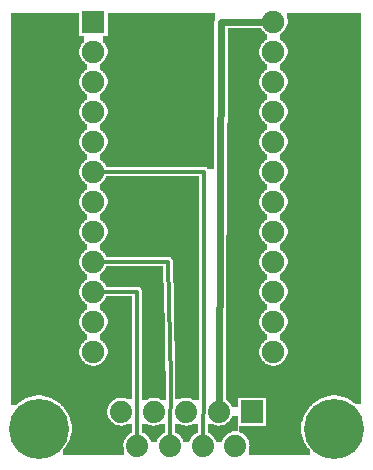
<source format=gtl>
G04 MADE WITH FRITZING*
G04 WWW.FRITZING.ORG*
G04 DOUBLE SIDED*
G04 HOLES PLATED*
G04 CONTOUR ON CENTER OF CONTOUR VECTOR*
%ASAXBY*%
%FSLAX23Y23*%
%MOIN*%
%OFA0B0*%
%SFA1.0B1.0*%
%ADD10C,0.075000*%
%ADD11C,0.074000*%
%ADD12C,0.200000*%
%ADD13R,0.075000X0.075000*%
%ADD14C,0.024000*%
%ADD15C,0.012000*%
%ADD16R,0.001000X0.001000*%
%LNCOPPER1*%
G90*
G70*
G54D10*
X112Y1433D03*
X414Y1437D03*
X1019Y1433D03*
X411Y891D03*
G54D11*
X843Y186D03*
X734Y186D03*
X625Y186D03*
X516Y186D03*
X407Y186D03*
X788Y74D03*
X679Y74D03*
X570Y74D03*
X461Y74D03*
G54D12*
X1117Y130D03*
X133Y130D03*
G54D11*
X843Y186D03*
X734Y186D03*
X625Y186D03*
X516Y186D03*
X407Y186D03*
X788Y74D03*
X679Y74D03*
X570Y74D03*
X461Y74D03*
G54D12*
X1117Y130D03*
X133Y130D03*
G54D10*
X314Y1486D03*
X914Y1486D03*
X314Y1386D03*
X914Y1386D03*
X314Y1286D03*
X914Y1286D03*
X314Y1186D03*
X914Y1186D03*
X314Y1086D03*
X914Y1086D03*
X314Y986D03*
X914Y986D03*
X314Y886D03*
X914Y886D03*
X314Y786D03*
X914Y786D03*
X314Y686D03*
X914Y686D03*
X314Y586D03*
X914Y586D03*
X314Y486D03*
X914Y486D03*
X314Y386D03*
X914Y386D03*
G54D13*
X314Y1486D03*
G54D14*
X886Y1486D02*
X741Y1487D01*
D02*
X741Y1487D02*
X734Y217D01*
G54D15*
D02*
X459Y290D02*
X461Y100D01*
D02*
X459Y587D02*
X459Y290D01*
D02*
X337Y586D02*
X459Y587D01*
D02*
X572Y288D02*
X571Y100D01*
D02*
X564Y686D02*
X572Y288D01*
D02*
X337Y686D02*
X564Y686D01*
D02*
X682Y258D02*
X680Y100D01*
D02*
X684Y986D02*
X682Y258D01*
D02*
X337Y986D02*
X684Y986D01*
G36*
X40Y1515D02*
X40Y339D01*
X306Y339D01*
X306Y341D01*
X300Y341D01*
X300Y343D01*
X296Y343D01*
X296Y345D01*
X292Y345D01*
X292Y347D01*
X288Y347D01*
X288Y349D01*
X286Y349D01*
X286Y351D01*
X284Y351D01*
X284Y353D01*
X282Y353D01*
X282Y355D01*
X280Y355D01*
X280Y357D01*
X278Y357D01*
X278Y359D01*
X276Y359D01*
X276Y363D01*
X274Y363D01*
X274Y365D01*
X272Y365D01*
X272Y369D01*
X270Y369D01*
X270Y375D01*
X268Y375D01*
X268Y385D01*
X266Y385D01*
X266Y389D01*
X268Y389D01*
X268Y397D01*
X270Y397D01*
X270Y403D01*
X272Y403D01*
X272Y407D01*
X274Y407D01*
X274Y411D01*
X276Y411D01*
X276Y413D01*
X278Y413D01*
X278Y415D01*
X280Y415D01*
X280Y417D01*
X282Y417D01*
X282Y419D01*
X284Y419D01*
X284Y421D01*
X286Y421D01*
X286Y423D01*
X288Y423D01*
X288Y425D01*
X290Y425D01*
X290Y427D01*
X292Y427D01*
X292Y447D01*
X288Y447D01*
X288Y449D01*
X286Y449D01*
X286Y451D01*
X284Y451D01*
X284Y453D01*
X282Y453D01*
X282Y455D01*
X280Y455D01*
X280Y457D01*
X278Y457D01*
X278Y459D01*
X276Y459D01*
X276Y463D01*
X274Y463D01*
X274Y465D01*
X272Y465D01*
X272Y469D01*
X270Y469D01*
X270Y475D01*
X268Y475D01*
X268Y485D01*
X266Y485D01*
X266Y489D01*
X268Y489D01*
X268Y497D01*
X270Y497D01*
X270Y503D01*
X272Y503D01*
X272Y507D01*
X274Y507D01*
X274Y511D01*
X276Y511D01*
X276Y513D01*
X278Y513D01*
X278Y515D01*
X280Y515D01*
X280Y517D01*
X282Y517D01*
X282Y519D01*
X284Y519D01*
X284Y521D01*
X286Y521D01*
X286Y523D01*
X288Y523D01*
X288Y525D01*
X290Y525D01*
X290Y527D01*
X292Y527D01*
X292Y547D01*
X288Y547D01*
X288Y549D01*
X286Y549D01*
X286Y551D01*
X284Y551D01*
X284Y553D01*
X282Y553D01*
X282Y555D01*
X280Y555D01*
X280Y557D01*
X278Y557D01*
X278Y559D01*
X276Y559D01*
X276Y563D01*
X274Y563D01*
X274Y565D01*
X272Y565D01*
X272Y569D01*
X270Y569D01*
X270Y575D01*
X268Y575D01*
X268Y585D01*
X266Y585D01*
X266Y589D01*
X268Y589D01*
X268Y597D01*
X270Y597D01*
X270Y603D01*
X272Y603D01*
X272Y607D01*
X274Y607D01*
X274Y611D01*
X276Y611D01*
X276Y613D01*
X278Y613D01*
X278Y615D01*
X280Y615D01*
X280Y617D01*
X282Y617D01*
X282Y619D01*
X284Y619D01*
X284Y621D01*
X286Y621D01*
X286Y623D01*
X288Y623D01*
X288Y625D01*
X290Y625D01*
X290Y627D01*
X292Y627D01*
X292Y647D01*
X288Y647D01*
X288Y649D01*
X286Y649D01*
X286Y651D01*
X284Y651D01*
X284Y653D01*
X282Y653D01*
X282Y655D01*
X280Y655D01*
X280Y657D01*
X278Y657D01*
X278Y659D01*
X276Y659D01*
X276Y663D01*
X274Y663D01*
X274Y665D01*
X272Y665D01*
X272Y669D01*
X270Y669D01*
X270Y675D01*
X268Y675D01*
X268Y685D01*
X266Y685D01*
X266Y689D01*
X268Y689D01*
X268Y697D01*
X270Y697D01*
X270Y703D01*
X272Y703D01*
X272Y707D01*
X274Y707D01*
X274Y711D01*
X276Y711D01*
X276Y713D01*
X278Y713D01*
X278Y715D01*
X280Y715D01*
X280Y717D01*
X282Y717D01*
X282Y719D01*
X284Y719D01*
X284Y721D01*
X286Y721D01*
X286Y723D01*
X288Y723D01*
X288Y725D01*
X290Y725D01*
X290Y727D01*
X292Y727D01*
X292Y747D01*
X288Y747D01*
X288Y749D01*
X286Y749D01*
X286Y751D01*
X284Y751D01*
X284Y753D01*
X282Y753D01*
X282Y755D01*
X280Y755D01*
X280Y757D01*
X278Y757D01*
X278Y759D01*
X276Y759D01*
X276Y763D01*
X274Y763D01*
X274Y765D01*
X272Y765D01*
X272Y769D01*
X270Y769D01*
X270Y775D01*
X268Y775D01*
X268Y785D01*
X266Y785D01*
X266Y789D01*
X268Y789D01*
X268Y797D01*
X270Y797D01*
X270Y803D01*
X272Y803D01*
X272Y807D01*
X274Y807D01*
X274Y811D01*
X276Y811D01*
X276Y813D01*
X278Y813D01*
X278Y815D01*
X280Y815D01*
X280Y817D01*
X282Y817D01*
X282Y819D01*
X284Y819D01*
X284Y821D01*
X286Y821D01*
X286Y823D01*
X288Y823D01*
X288Y825D01*
X290Y825D01*
X290Y827D01*
X292Y827D01*
X292Y847D01*
X288Y847D01*
X288Y849D01*
X286Y849D01*
X286Y851D01*
X284Y851D01*
X284Y853D01*
X282Y853D01*
X282Y855D01*
X280Y855D01*
X280Y857D01*
X278Y857D01*
X278Y859D01*
X276Y859D01*
X276Y863D01*
X274Y863D01*
X274Y865D01*
X272Y865D01*
X272Y869D01*
X270Y869D01*
X270Y875D01*
X268Y875D01*
X268Y885D01*
X266Y885D01*
X266Y889D01*
X268Y889D01*
X268Y897D01*
X270Y897D01*
X270Y903D01*
X272Y903D01*
X272Y907D01*
X274Y907D01*
X274Y911D01*
X276Y911D01*
X276Y913D01*
X278Y913D01*
X278Y915D01*
X280Y915D01*
X280Y917D01*
X282Y917D01*
X282Y919D01*
X284Y919D01*
X284Y921D01*
X286Y921D01*
X286Y923D01*
X288Y923D01*
X288Y925D01*
X290Y925D01*
X290Y927D01*
X292Y927D01*
X292Y947D01*
X288Y947D01*
X288Y949D01*
X286Y949D01*
X286Y951D01*
X284Y951D01*
X284Y953D01*
X282Y953D01*
X282Y955D01*
X280Y955D01*
X280Y957D01*
X278Y957D01*
X278Y959D01*
X276Y959D01*
X276Y963D01*
X274Y963D01*
X274Y965D01*
X272Y965D01*
X272Y969D01*
X270Y969D01*
X270Y975D01*
X268Y975D01*
X268Y985D01*
X266Y985D01*
X266Y989D01*
X268Y989D01*
X268Y997D01*
X270Y997D01*
X270Y1003D01*
X272Y1003D01*
X272Y1007D01*
X274Y1007D01*
X274Y1011D01*
X276Y1011D01*
X276Y1013D01*
X278Y1013D01*
X278Y1015D01*
X280Y1015D01*
X280Y1017D01*
X282Y1017D01*
X282Y1019D01*
X284Y1019D01*
X284Y1021D01*
X286Y1021D01*
X286Y1023D01*
X288Y1023D01*
X288Y1025D01*
X290Y1025D01*
X290Y1027D01*
X292Y1027D01*
X292Y1047D01*
X288Y1047D01*
X288Y1049D01*
X286Y1049D01*
X286Y1051D01*
X284Y1051D01*
X284Y1053D01*
X282Y1053D01*
X282Y1055D01*
X280Y1055D01*
X280Y1057D01*
X278Y1057D01*
X278Y1059D01*
X276Y1059D01*
X276Y1063D01*
X274Y1063D01*
X274Y1065D01*
X272Y1065D01*
X272Y1069D01*
X270Y1069D01*
X270Y1075D01*
X268Y1075D01*
X268Y1085D01*
X266Y1085D01*
X266Y1089D01*
X268Y1089D01*
X268Y1097D01*
X270Y1097D01*
X270Y1103D01*
X272Y1103D01*
X272Y1107D01*
X274Y1107D01*
X274Y1111D01*
X276Y1111D01*
X276Y1113D01*
X278Y1113D01*
X278Y1115D01*
X280Y1115D01*
X280Y1117D01*
X282Y1117D01*
X282Y1119D01*
X284Y1119D01*
X284Y1121D01*
X286Y1121D01*
X286Y1123D01*
X288Y1123D01*
X288Y1125D01*
X290Y1125D01*
X290Y1127D01*
X292Y1127D01*
X292Y1147D01*
X288Y1147D01*
X288Y1149D01*
X286Y1149D01*
X286Y1151D01*
X284Y1151D01*
X284Y1153D01*
X282Y1153D01*
X282Y1155D01*
X280Y1155D01*
X280Y1157D01*
X278Y1157D01*
X278Y1159D01*
X276Y1159D01*
X276Y1163D01*
X274Y1163D01*
X274Y1165D01*
X272Y1165D01*
X272Y1169D01*
X270Y1169D01*
X270Y1175D01*
X268Y1175D01*
X268Y1185D01*
X266Y1185D01*
X266Y1189D01*
X268Y1189D01*
X268Y1197D01*
X270Y1197D01*
X270Y1203D01*
X272Y1203D01*
X272Y1207D01*
X274Y1207D01*
X274Y1211D01*
X276Y1211D01*
X276Y1213D01*
X278Y1213D01*
X278Y1215D01*
X280Y1215D01*
X280Y1217D01*
X282Y1217D01*
X282Y1219D01*
X284Y1219D01*
X284Y1221D01*
X286Y1221D01*
X286Y1223D01*
X288Y1223D01*
X288Y1225D01*
X290Y1225D01*
X290Y1227D01*
X292Y1227D01*
X292Y1247D01*
X288Y1247D01*
X288Y1249D01*
X286Y1249D01*
X286Y1251D01*
X284Y1251D01*
X284Y1253D01*
X282Y1253D01*
X282Y1255D01*
X280Y1255D01*
X280Y1257D01*
X278Y1257D01*
X278Y1259D01*
X276Y1259D01*
X276Y1263D01*
X274Y1263D01*
X274Y1265D01*
X272Y1265D01*
X272Y1269D01*
X270Y1269D01*
X270Y1275D01*
X268Y1275D01*
X268Y1285D01*
X266Y1285D01*
X266Y1289D01*
X268Y1289D01*
X268Y1297D01*
X270Y1297D01*
X270Y1303D01*
X272Y1303D01*
X272Y1307D01*
X274Y1307D01*
X274Y1311D01*
X276Y1311D01*
X276Y1313D01*
X278Y1313D01*
X278Y1315D01*
X280Y1315D01*
X280Y1317D01*
X282Y1317D01*
X282Y1319D01*
X284Y1319D01*
X284Y1321D01*
X286Y1321D01*
X286Y1323D01*
X288Y1323D01*
X288Y1325D01*
X290Y1325D01*
X290Y1327D01*
X292Y1327D01*
X292Y1347D01*
X288Y1347D01*
X288Y1349D01*
X286Y1349D01*
X286Y1351D01*
X284Y1351D01*
X284Y1353D01*
X282Y1353D01*
X282Y1355D01*
X280Y1355D01*
X280Y1357D01*
X278Y1357D01*
X278Y1359D01*
X276Y1359D01*
X276Y1363D01*
X274Y1363D01*
X274Y1365D01*
X272Y1365D01*
X272Y1369D01*
X270Y1369D01*
X270Y1375D01*
X268Y1375D01*
X268Y1385D01*
X266Y1385D01*
X266Y1389D01*
X268Y1389D01*
X268Y1397D01*
X270Y1397D01*
X270Y1403D01*
X272Y1403D01*
X272Y1407D01*
X274Y1407D01*
X274Y1411D01*
X276Y1411D01*
X276Y1413D01*
X278Y1413D01*
X278Y1415D01*
X280Y1415D01*
X280Y1417D01*
X282Y1417D01*
X282Y1419D01*
X284Y1419D01*
X284Y1439D01*
X266Y1439D01*
X266Y1515D01*
X40Y1515D01*
G37*
D02*
G36*
X358Y571D02*
X358Y567D01*
X356Y567D01*
X356Y565D01*
X354Y565D01*
X354Y561D01*
X352Y561D01*
X352Y559D01*
X350Y559D01*
X350Y557D01*
X348Y557D01*
X348Y553D01*
X344Y553D01*
X344Y551D01*
X342Y551D01*
X342Y549D01*
X340Y549D01*
X340Y547D01*
X336Y547D01*
X336Y527D01*
X338Y527D01*
X338Y525D01*
X340Y525D01*
X340Y523D01*
X344Y523D01*
X344Y521D01*
X346Y521D01*
X346Y519D01*
X348Y519D01*
X348Y517D01*
X350Y517D01*
X350Y515D01*
X352Y515D01*
X352Y511D01*
X354Y511D01*
X354Y509D01*
X356Y509D01*
X356Y505D01*
X358Y505D01*
X358Y501D01*
X360Y501D01*
X360Y495D01*
X362Y495D01*
X362Y479D01*
X360Y479D01*
X360Y473D01*
X358Y473D01*
X358Y467D01*
X356Y467D01*
X356Y465D01*
X354Y465D01*
X354Y461D01*
X352Y461D01*
X352Y459D01*
X350Y459D01*
X350Y457D01*
X348Y457D01*
X348Y453D01*
X344Y453D01*
X344Y451D01*
X342Y451D01*
X342Y449D01*
X340Y449D01*
X340Y447D01*
X336Y447D01*
X336Y427D01*
X338Y427D01*
X338Y425D01*
X340Y425D01*
X340Y423D01*
X344Y423D01*
X344Y421D01*
X346Y421D01*
X346Y419D01*
X348Y419D01*
X348Y417D01*
X350Y417D01*
X350Y415D01*
X352Y415D01*
X352Y411D01*
X354Y411D01*
X354Y409D01*
X356Y409D01*
X356Y405D01*
X358Y405D01*
X358Y401D01*
X360Y401D01*
X360Y395D01*
X362Y395D01*
X362Y379D01*
X360Y379D01*
X360Y373D01*
X358Y373D01*
X358Y367D01*
X356Y367D01*
X356Y365D01*
X354Y365D01*
X354Y361D01*
X352Y361D01*
X352Y359D01*
X350Y359D01*
X350Y357D01*
X348Y357D01*
X348Y353D01*
X344Y353D01*
X344Y351D01*
X342Y351D01*
X342Y349D01*
X340Y349D01*
X340Y347D01*
X336Y347D01*
X336Y345D01*
X334Y345D01*
X334Y343D01*
X330Y343D01*
X330Y341D01*
X324Y341D01*
X324Y339D01*
X444Y339D01*
X444Y571D01*
X358Y571D01*
G37*
D02*
G36*
X40Y339D02*
X40Y337D01*
X444Y337D01*
X444Y339D01*
X40Y339D01*
G37*
D02*
G36*
X40Y339D02*
X40Y337D01*
X444Y337D01*
X444Y339D01*
X40Y339D01*
G37*
D02*
G36*
X40Y337D02*
X40Y241D01*
X144Y241D01*
X144Y239D01*
X154Y239D01*
X154Y237D01*
X162Y237D01*
X162Y235D01*
X168Y235D01*
X168Y233D01*
X418Y233D01*
X418Y231D01*
X422Y231D01*
X422Y229D01*
X444Y229D01*
X444Y337D01*
X40Y337D01*
G37*
D02*
G36*
X40Y241D02*
X40Y209D01*
X60Y209D01*
X60Y211D01*
X62Y211D01*
X62Y213D01*
X64Y213D01*
X64Y215D01*
X66Y215D01*
X66Y217D01*
X68Y217D01*
X68Y219D01*
X72Y219D01*
X72Y221D01*
X74Y221D01*
X74Y223D01*
X78Y223D01*
X78Y225D01*
X80Y225D01*
X80Y227D01*
X84Y227D01*
X84Y229D01*
X88Y229D01*
X88Y231D01*
X92Y231D01*
X92Y233D01*
X98Y233D01*
X98Y235D01*
X104Y235D01*
X104Y237D01*
X110Y237D01*
X110Y239D01*
X122Y239D01*
X122Y241D01*
X40Y241D01*
G37*
D02*
G36*
X172Y233D02*
X172Y231D01*
X176Y231D01*
X176Y229D01*
X180Y229D01*
X180Y227D01*
X184Y227D01*
X184Y225D01*
X188Y225D01*
X188Y223D01*
X190Y223D01*
X190Y221D01*
X194Y221D01*
X194Y219D01*
X196Y219D01*
X196Y217D01*
X198Y217D01*
X198Y215D01*
X202Y215D01*
X202Y213D01*
X204Y213D01*
X204Y211D01*
X206Y211D01*
X206Y209D01*
X208Y209D01*
X208Y207D01*
X210Y207D01*
X210Y205D01*
X212Y205D01*
X212Y203D01*
X214Y203D01*
X214Y201D01*
X216Y201D01*
X216Y199D01*
X218Y199D01*
X218Y195D01*
X220Y195D01*
X220Y193D01*
X222Y193D01*
X222Y191D01*
X224Y191D01*
X224Y187D01*
X226Y187D01*
X226Y183D01*
X228Y183D01*
X228Y181D01*
X230Y181D01*
X230Y177D01*
X232Y177D01*
X232Y173D01*
X234Y173D01*
X234Y169D01*
X236Y169D01*
X236Y163D01*
X238Y163D01*
X238Y157D01*
X240Y157D01*
X240Y147D01*
X242Y147D01*
X242Y139D01*
X402Y139D01*
X402Y141D01*
X394Y141D01*
X394Y143D01*
X388Y143D01*
X388Y145D01*
X386Y145D01*
X386Y147D01*
X382Y147D01*
X382Y149D01*
X380Y149D01*
X380Y151D01*
X378Y151D01*
X378Y153D01*
X374Y153D01*
X374Y155D01*
X372Y155D01*
X372Y159D01*
X370Y159D01*
X370Y161D01*
X368Y161D01*
X368Y163D01*
X366Y163D01*
X366Y167D01*
X364Y167D01*
X364Y171D01*
X362Y171D01*
X362Y177D01*
X360Y177D01*
X360Y197D01*
X362Y197D01*
X362Y201D01*
X364Y201D01*
X364Y207D01*
X366Y207D01*
X366Y209D01*
X368Y209D01*
X368Y213D01*
X370Y213D01*
X370Y215D01*
X372Y215D01*
X372Y217D01*
X374Y217D01*
X374Y219D01*
X376Y219D01*
X376Y221D01*
X378Y221D01*
X378Y223D01*
X380Y223D01*
X380Y225D01*
X384Y225D01*
X384Y227D01*
X386Y227D01*
X386Y229D01*
X390Y229D01*
X390Y231D01*
X396Y231D01*
X396Y233D01*
X172Y233D01*
G37*
D02*
G36*
X424Y145D02*
X424Y143D01*
X420Y143D01*
X420Y141D01*
X412Y141D01*
X412Y139D01*
X444Y139D01*
X444Y145D01*
X424Y145D01*
G37*
D02*
G36*
X242Y139D02*
X242Y137D01*
X444Y137D01*
X444Y139D01*
X242Y139D01*
G37*
D02*
G36*
X242Y139D02*
X242Y137D01*
X444Y137D01*
X444Y139D01*
X242Y139D01*
G37*
D02*
G36*
X242Y137D02*
X242Y115D01*
X240Y115D01*
X240Y105D01*
X238Y105D01*
X238Y99D01*
X236Y99D01*
X236Y93D01*
X234Y93D01*
X234Y89D01*
X232Y89D01*
X232Y85D01*
X230Y85D01*
X230Y81D01*
X228Y81D01*
X228Y77D01*
X226Y77D01*
X226Y75D01*
X224Y75D01*
X224Y71D01*
X222Y71D01*
X222Y69D01*
X220Y69D01*
X220Y65D01*
X218Y65D01*
X218Y63D01*
X216Y63D01*
X216Y61D01*
X214Y61D01*
X214Y41D01*
X418Y41D01*
X418Y61D01*
X416Y61D01*
X416Y69D01*
X414Y69D01*
X414Y81D01*
X416Y81D01*
X416Y89D01*
X418Y89D01*
X418Y93D01*
X420Y93D01*
X420Y97D01*
X422Y97D01*
X422Y99D01*
X424Y99D01*
X424Y103D01*
X426Y103D01*
X426Y105D01*
X428Y105D01*
X428Y107D01*
X430Y107D01*
X430Y109D01*
X432Y109D01*
X432Y111D01*
X434Y111D01*
X434Y113D01*
X438Y113D01*
X438Y115D01*
X442Y115D01*
X442Y117D01*
X444Y117D01*
X444Y137D01*
X242Y137D01*
G37*
D02*
G36*
X362Y1515D02*
X362Y1439D01*
X346Y1439D01*
X346Y1419D01*
X348Y1419D01*
X348Y1417D01*
X350Y1417D01*
X350Y1415D01*
X352Y1415D01*
X352Y1411D01*
X354Y1411D01*
X354Y1409D01*
X356Y1409D01*
X356Y1405D01*
X358Y1405D01*
X358Y1401D01*
X360Y1401D01*
X360Y1395D01*
X362Y1395D01*
X362Y1379D01*
X360Y1379D01*
X360Y1373D01*
X358Y1373D01*
X358Y1367D01*
X356Y1367D01*
X356Y1365D01*
X354Y1365D01*
X354Y1361D01*
X352Y1361D01*
X352Y1359D01*
X350Y1359D01*
X350Y1357D01*
X348Y1357D01*
X348Y1353D01*
X344Y1353D01*
X344Y1351D01*
X342Y1351D01*
X342Y1349D01*
X340Y1349D01*
X340Y1347D01*
X338Y1347D01*
X338Y1325D01*
X340Y1325D01*
X340Y1323D01*
X344Y1323D01*
X344Y1321D01*
X346Y1321D01*
X346Y1319D01*
X348Y1319D01*
X348Y1317D01*
X350Y1317D01*
X350Y1315D01*
X352Y1315D01*
X352Y1311D01*
X354Y1311D01*
X354Y1309D01*
X356Y1309D01*
X356Y1305D01*
X358Y1305D01*
X358Y1301D01*
X360Y1301D01*
X360Y1295D01*
X362Y1295D01*
X362Y1279D01*
X360Y1279D01*
X360Y1273D01*
X358Y1273D01*
X358Y1267D01*
X356Y1267D01*
X356Y1265D01*
X354Y1265D01*
X354Y1261D01*
X352Y1261D01*
X352Y1259D01*
X350Y1259D01*
X350Y1257D01*
X348Y1257D01*
X348Y1253D01*
X344Y1253D01*
X344Y1251D01*
X342Y1251D01*
X342Y1249D01*
X340Y1249D01*
X340Y1247D01*
X338Y1247D01*
X338Y1225D01*
X340Y1225D01*
X340Y1223D01*
X344Y1223D01*
X344Y1221D01*
X346Y1221D01*
X346Y1219D01*
X348Y1219D01*
X348Y1217D01*
X350Y1217D01*
X350Y1215D01*
X352Y1215D01*
X352Y1211D01*
X354Y1211D01*
X354Y1209D01*
X356Y1209D01*
X356Y1205D01*
X358Y1205D01*
X358Y1201D01*
X360Y1201D01*
X360Y1195D01*
X362Y1195D01*
X362Y1179D01*
X360Y1179D01*
X360Y1173D01*
X358Y1173D01*
X358Y1167D01*
X356Y1167D01*
X356Y1165D01*
X354Y1165D01*
X354Y1161D01*
X352Y1161D01*
X352Y1159D01*
X350Y1159D01*
X350Y1157D01*
X348Y1157D01*
X348Y1153D01*
X344Y1153D01*
X344Y1151D01*
X342Y1151D01*
X342Y1149D01*
X340Y1149D01*
X340Y1147D01*
X338Y1147D01*
X338Y1125D01*
X340Y1125D01*
X340Y1123D01*
X344Y1123D01*
X344Y1121D01*
X346Y1121D01*
X346Y1119D01*
X348Y1119D01*
X348Y1117D01*
X350Y1117D01*
X350Y1115D01*
X352Y1115D01*
X352Y1111D01*
X354Y1111D01*
X354Y1109D01*
X356Y1109D01*
X356Y1105D01*
X358Y1105D01*
X358Y1101D01*
X360Y1101D01*
X360Y1095D01*
X362Y1095D01*
X362Y1079D01*
X360Y1079D01*
X360Y1073D01*
X358Y1073D01*
X358Y1067D01*
X356Y1067D01*
X356Y1065D01*
X354Y1065D01*
X354Y1061D01*
X352Y1061D01*
X352Y1059D01*
X350Y1059D01*
X350Y1057D01*
X348Y1057D01*
X348Y1053D01*
X344Y1053D01*
X344Y1051D01*
X342Y1051D01*
X342Y1049D01*
X340Y1049D01*
X340Y1047D01*
X338Y1047D01*
X338Y1025D01*
X340Y1025D01*
X340Y1023D01*
X344Y1023D01*
X344Y1021D01*
X346Y1021D01*
X346Y1019D01*
X348Y1019D01*
X348Y1017D01*
X350Y1017D01*
X350Y1015D01*
X352Y1015D01*
X352Y1011D01*
X354Y1011D01*
X354Y1009D01*
X356Y1009D01*
X356Y1005D01*
X358Y1005D01*
X358Y1003D01*
X688Y1003D01*
X688Y1001D01*
X692Y1001D01*
X692Y999D01*
X694Y999D01*
X694Y997D01*
X696Y997D01*
X696Y995D01*
X716Y995D01*
X716Y1151D01*
X718Y1151D01*
X718Y1489D01*
X720Y1489D01*
X720Y1515D01*
X362Y1515D01*
G37*
D02*
G36*
X960Y1515D02*
X960Y1495D01*
X962Y1495D01*
X962Y1479D01*
X960Y1479D01*
X960Y1473D01*
X958Y1473D01*
X958Y1467D01*
X956Y1467D01*
X956Y1465D01*
X954Y1465D01*
X954Y1461D01*
X952Y1461D01*
X952Y1459D01*
X950Y1459D01*
X950Y1457D01*
X948Y1457D01*
X948Y1453D01*
X944Y1453D01*
X944Y1451D01*
X942Y1451D01*
X942Y1449D01*
X940Y1449D01*
X940Y1447D01*
X938Y1447D01*
X938Y1425D01*
X940Y1425D01*
X940Y1423D01*
X944Y1423D01*
X944Y1421D01*
X946Y1421D01*
X946Y1419D01*
X948Y1419D01*
X948Y1417D01*
X950Y1417D01*
X950Y1415D01*
X952Y1415D01*
X952Y1411D01*
X954Y1411D01*
X954Y1409D01*
X956Y1409D01*
X956Y1405D01*
X958Y1405D01*
X958Y1401D01*
X960Y1401D01*
X960Y1395D01*
X962Y1395D01*
X962Y1379D01*
X960Y1379D01*
X960Y1373D01*
X958Y1373D01*
X958Y1367D01*
X956Y1367D01*
X956Y1365D01*
X954Y1365D01*
X954Y1361D01*
X952Y1361D01*
X952Y1359D01*
X950Y1359D01*
X950Y1357D01*
X948Y1357D01*
X948Y1353D01*
X944Y1353D01*
X944Y1351D01*
X942Y1351D01*
X942Y1349D01*
X940Y1349D01*
X940Y1347D01*
X938Y1347D01*
X938Y1325D01*
X940Y1325D01*
X940Y1323D01*
X944Y1323D01*
X944Y1321D01*
X946Y1321D01*
X946Y1319D01*
X948Y1319D01*
X948Y1317D01*
X950Y1317D01*
X950Y1315D01*
X952Y1315D01*
X952Y1311D01*
X954Y1311D01*
X954Y1309D01*
X956Y1309D01*
X956Y1305D01*
X958Y1305D01*
X958Y1301D01*
X960Y1301D01*
X960Y1295D01*
X962Y1295D01*
X962Y1279D01*
X960Y1279D01*
X960Y1273D01*
X958Y1273D01*
X958Y1267D01*
X956Y1267D01*
X956Y1265D01*
X954Y1265D01*
X954Y1261D01*
X952Y1261D01*
X952Y1259D01*
X950Y1259D01*
X950Y1257D01*
X948Y1257D01*
X948Y1253D01*
X944Y1253D01*
X944Y1251D01*
X942Y1251D01*
X942Y1249D01*
X940Y1249D01*
X940Y1247D01*
X938Y1247D01*
X938Y1225D01*
X940Y1225D01*
X940Y1223D01*
X944Y1223D01*
X944Y1221D01*
X946Y1221D01*
X946Y1219D01*
X948Y1219D01*
X948Y1217D01*
X950Y1217D01*
X950Y1215D01*
X952Y1215D01*
X952Y1211D01*
X954Y1211D01*
X954Y1209D01*
X956Y1209D01*
X956Y1205D01*
X958Y1205D01*
X958Y1201D01*
X960Y1201D01*
X960Y1195D01*
X962Y1195D01*
X962Y1179D01*
X960Y1179D01*
X960Y1173D01*
X958Y1173D01*
X958Y1167D01*
X956Y1167D01*
X956Y1165D01*
X954Y1165D01*
X954Y1161D01*
X952Y1161D01*
X952Y1159D01*
X950Y1159D01*
X950Y1157D01*
X948Y1157D01*
X948Y1153D01*
X944Y1153D01*
X944Y1151D01*
X942Y1151D01*
X942Y1149D01*
X940Y1149D01*
X940Y1147D01*
X938Y1147D01*
X938Y1125D01*
X940Y1125D01*
X940Y1123D01*
X944Y1123D01*
X944Y1121D01*
X946Y1121D01*
X946Y1119D01*
X948Y1119D01*
X948Y1117D01*
X950Y1117D01*
X950Y1115D01*
X952Y1115D01*
X952Y1111D01*
X954Y1111D01*
X954Y1109D01*
X956Y1109D01*
X956Y1105D01*
X958Y1105D01*
X958Y1101D01*
X960Y1101D01*
X960Y1095D01*
X962Y1095D01*
X962Y1079D01*
X960Y1079D01*
X960Y1073D01*
X958Y1073D01*
X958Y1067D01*
X956Y1067D01*
X956Y1065D01*
X954Y1065D01*
X954Y1061D01*
X952Y1061D01*
X952Y1059D01*
X950Y1059D01*
X950Y1057D01*
X948Y1057D01*
X948Y1053D01*
X944Y1053D01*
X944Y1051D01*
X942Y1051D01*
X942Y1049D01*
X940Y1049D01*
X940Y1047D01*
X938Y1047D01*
X938Y1025D01*
X940Y1025D01*
X940Y1023D01*
X944Y1023D01*
X944Y1021D01*
X946Y1021D01*
X946Y1019D01*
X948Y1019D01*
X948Y1017D01*
X950Y1017D01*
X950Y1015D01*
X952Y1015D01*
X952Y1011D01*
X954Y1011D01*
X954Y1009D01*
X956Y1009D01*
X956Y1005D01*
X958Y1005D01*
X958Y1001D01*
X960Y1001D01*
X960Y995D01*
X962Y995D01*
X962Y979D01*
X960Y979D01*
X960Y973D01*
X958Y973D01*
X958Y967D01*
X956Y967D01*
X956Y965D01*
X954Y965D01*
X954Y961D01*
X952Y961D01*
X952Y959D01*
X950Y959D01*
X950Y957D01*
X948Y957D01*
X948Y953D01*
X944Y953D01*
X944Y951D01*
X942Y951D01*
X942Y949D01*
X940Y949D01*
X940Y947D01*
X938Y947D01*
X938Y925D01*
X940Y925D01*
X940Y923D01*
X944Y923D01*
X944Y921D01*
X946Y921D01*
X946Y919D01*
X948Y919D01*
X948Y917D01*
X950Y917D01*
X950Y915D01*
X952Y915D01*
X952Y911D01*
X954Y911D01*
X954Y909D01*
X956Y909D01*
X956Y905D01*
X958Y905D01*
X958Y901D01*
X960Y901D01*
X960Y895D01*
X962Y895D01*
X962Y879D01*
X960Y879D01*
X960Y873D01*
X958Y873D01*
X958Y867D01*
X956Y867D01*
X956Y865D01*
X954Y865D01*
X954Y861D01*
X952Y861D01*
X952Y859D01*
X950Y859D01*
X950Y857D01*
X948Y857D01*
X948Y853D01*
X944Y853D01*
X944Y851D01*
X942Y851D01*
X942Y849D01*
X940Y849D01*
X940Y847D01*
X938Y847D01*
X938Y825D01*
X940Y825D01*
X940Y823D01*
X944Y823D01*
X944Y821D01*
X946Y821D01*
X946Y819D01*
X948Y819D01*
X948Y817D01*
X950Y817D01*
X950Y815D01*
X952Y815D01*
X952Y811D01*
X954Y811D01*
X954Y809D01*
X956Y809D01*
X956Y805D01*
X958Y805D01*
X958Y801D01*
X960Y801D01*
X960Y795D01*
X962Y795D01*
X962Y779D01*
X960Y779D01*
X960Y773D01*
X958Y773D01*
X958Y767D01*
X956Y767D01*
X956Y765D01*
X954Y765D01*
X954Y761D01*
X952Y761D01*
X952Y759D01*
X950Y759D01*
X950Y757D01*
X948Y757D01*
X948Y753D01*
X944Y753D01*
X944Y751D01*
X942Y751D01*
X942Y749D01*
X940Y749D01*
X940Y747D01*
X938Y747D01*
X938Y725D01*
X940Y725D01*
X940Y723D01*
X944Y723D01*
X944Y721D01*
X946Y721D01*
X946Y719D01*
X948Y719D01*
X948Y717D01*
X950Y717D01*
X950Y715D01*
X952Y715D01*
X952Y711D01*
X954Y711D01*
X954Y709D01*
X956Y709D01*
X956Y705D01*
X958Y705D01*
X958Y701D01*
X960Y701D01*
X960Y695D01*
X962Y695D01*
X962Y679D01*
X960Y679D01*
X960Y673D01*
X958Y673D01*
X958Y667D01*
X956Y667D01*
X956Y665D01*
X954Y665D01*
X954Y661D01*
X952Y661D01*
X952Y659D01*
X950Y659D01*
X950Y657D01*
X948Y657D01*
X948Y653D01*
X944Y653D01*
X944Y651D01*
X942Y651D01*
X942Y649D01*
X940Y649D01*
X940Y647D01*
X936Y647D01*
X936Y627D01*
X938Y627D01*
X938Y625D01*
X940Y625D01*
X940Y623D01*
X944Y623D01*
X944Y621D01*
X946Y621D01*
X946Y619D01*
X948Y619D01*
X948Y617D01*
X950Y617D01*
X950Y615D01*
X952Y615D01*
X952Y611D01*
X954Y611D01*
X954Y609D01*
X956Y609D01*
X956Y605D01*
X958Y605D01*
X958Y601D01*
X960Y601D01*
X960Y595D01*
X962Y595D01*
X962Y579D01*
X960Y579D01*
X960Y573D01*
X958Y573D01*
X958Y567D01*
X956Y567D01*
X956Y565D01*
X954Y565D01*
X954Y561D01*
X952Y561D01*
X952Y559D01*
X950Y559D01*
X950Y557D01*
X948Y557D01*
X948Y553D01*
X944Y553D01*
X944Y551D01*
X942Y551D01*
X942Y549D01*
X940Y549D01*
X940Y547D01*
X936Y547D01*
X936Y527D01*
X938Y527D01*
X938Y525D01*
X940Y525D01*
X940Y523D01*
X944Y523D01*
X944Y521D01*
X946Y521D01*
X946Y519D01*
X948Y519D01*
X948Y517D01*
X950Y517D01*
X950Y515D01*
X952Y515D01*
X952Y511D01*
X954Y511D01*
X954Y509D01*
X956Y509D01*
X956Y505D01*
X958Y505D01*
X958Y501D01*
X960Y501D01*
X960Y495D01*
X962Y495D01*
X962Y479D01*
X960Y479D01*
X960Y473D01*
X958Y473D01*
X958Y467D01*
X956Y467D01*
X956Y465D01*
X954Y465D01*
X954Y461D01*
X952Y461D01*
X952Y459D01*
X950Y459D01*
X950Y457D01*
X948Y457D01*
X948Y453D01*
X944Y453D01*
X944Y451D01*
X942Y451D01*
X942Y449D01*
X940Y449D01*
X940Y447D01*
X936Y447D01*
X936Y427D01*
X938Y427D01*
X938Y425D01*
X940Y425D01*
X940Y423D01*
X944Y423D01*
X944Y421D01*
X946Y421D01*
X946Y419D01*
X948Y419D01*
X948Y417D01*
X950Y417D01*
X950Y415D01*
X952Y415D01*
X952Y411D01*
X954Y411D01*
X954Y409D01*
X956Y409D01*
X956Y405D01*
X958Y405D01*
X958Y401D01*
X960Y401D01*
X960Y395D01*
X962Y395D01*
X962Y379D01*
X960Y379D01*
X960Y373D01*
X958Y373D01*
X958Y367D01*
X956Y367D01*
X956Y365D01*
X954Y365D01*
X954Y361D01*
X952Y361D01*
X952Y359D01*
X950Y359D01*
X950Y357D01*
X948Y357D01*
X948Y353D01*
X944Y353D01*
X944Y351D01*
X942Y351D01*
X942Y349D01*
X940Y349D01*
X940Y347D01*
X936Y347D01*
X936Y345D01*
X934Y345D01*
X934Y343D01*
X930Y343D01*
X930Y341D01*
X924Y341D01*
X924Y339D01*
X1208Y339D01*
X1208Y1515D01*
X960Y1515D01*
G37*
D02*
G36*
X762Y1465D02*
X762Y1149D01*
X760Y1149D01*
X760Y777D01*
X758Y777D01*
X758Y403D01*
X756Y403D01*
X756Y339D01*
X906Y339D01*
X906Y341D01*
X900Y341D01*
X900Y343D01*
X896Y343D01*
X896Y345D01*
X892Y345D01*
X892Y347D01*
X888Y347D01*
X888Y349D01*
X886Y349D01*
X886Y351D01*
X884Y351D01*
X884Y353D01*
X882Y353D01*
X882Y355D01*
X880Y355D01*
X880Y357D01*
X878Y357D01*
X878Y359D01*
X876Y359D01*
X876Y363D01*
X874Y363D01*
X874Y365D01*
X872Y365D01*
X872Y369D01*
X870Y369D01*
X870Y375D01*
X868Y375D01*
X868Y385D01*
X866Y385D01*
X866Y389D01*
X868Y389D01*
X868Y397D01*
X870Y397D01*
X870Y403D01*
X872Y403D01*
X872Y407D01*
X874Y407D01*
X874Y411D01*
X876Y411D01*
X876Y413D01*
X878Y413D01*
X878Y415D01*
X880Y415D01*
X880Y417D01*
X882Y417D01*
X882Y419D01*
X884Y419D01*
X884Y421D01*
X886Y421D01*
X886Y423D01*
X888Y423D01*
X888Y425D01*
X890Y425D01*
X890Y427D01*
X892Y427D01*
X892Y447D01*
X888Y447D01*
X888Y449D01*
X886Y449D01*
X886Y451D01*
X884Y451D01*
X884Y453D01*
X882Y453D01*
X882Y455D01*
X880Y455D01*
X880Y457D01*
X878Y457D01*
X878Y459D01*
X876Y459D01*
X876Y463D01*
X874Y463D01*
X874Y465D01*
X872Y465D01*
X872Y469D01*
X870Y469D01*
X870Y475D01*
X868Y475D01*
X868Y485D01*
X866Y485D01*
X866Y489D01*
X868Y489D01*
X868Y497D01*
X870Y497D01*
X870Y503D01*
X872Y503D01*
X872Y507D01*
X874Y507D01*
X874Y511D01*
X876Y511D01*
X876Y513D01*
X878Y513D01*
X878Y515D01*
X880Y515D01*
X880Y517D01*
X882Y517D01*
X882Y519D01*
X884Y519D01*
X884Y521D01*
X886Y521D01*
X886Y523D01*
X888Y523D01*
X888Y525D01*
X890Y525D01*
X890Y527D01*
X892Y527D01*
X892Y547D01*
X888Y547D01*
X888Y549D01*
X886Y549D01*
X886Y551D01*
X884Y551D01*
X884Y553D01*
X882Y553D01*
X882Y555D01*
X880Y555D01*
X880Y557D01*
X878Y557D01*
X878Y559D01*
X876Y559D01*
X876Y563D01*
X874Y563D01*
X874Y565D01*
X872Y565D01*
X872Y569D01*
X870Y569D01*
X870Y575D01*
X868Y575D01*
X868Y585D01*
X866Y585D01*
X866Y589D01*
X868Y589D01*
X868Y597D01*
X870Y597D01*
X870Y603D01*
X872Y603D01*
X872Y607D01*
X874Y607D01*
X874Y611D01*
X876Y611D01*
X876Y613D01*
X878Y613D01*
X878Y615D01*
X880Y615D01*
X880Y617D01*
X882Y617D01*
X882Y619D01*
X884Y619D01*
X884Y621D01*
X886Y621D01*
X886Y623D01*
X888Y623D01*
X888Y625D01*
X890Y625D01*
X890Y627D01*
X892Y627D01*
X892Y647D01*
X888Y647D01*
X888Y649D01*
X886Y649D01*
X886Y651D01*
X884Y651D01*
X884Y653D01*
X882Y653D01*
X882Y655D01*
X880Y655D01*
X880Y657D01*
X878Y657D01*
X878Y659D01*
X876Y659D01*
X876Y663D01*
X874Y663D01*
X874Y665D01*
X872Y665D01*
X872Y669D01*
X870Y669D01*
X870Y675D01*
X868Y675D01*
X868Y685D01*
X866Y685D01*
X866Y689D01*
X868Y689D01*
X868Y697D01*
X870Y697D01*
X870Y703D01*
X872Y703D01*
X872Y707D01*
X874Y707D01*
X874Y711D01*
X876Y711D01*
X876Y713D01*
X878Y713D01*
X878Y715D01*
X880Y715D01*
X880Y717D01*
X882Y717D01*
X882Y719D01*
X884Y719D01*
X884Y721D01*
X886Y721D01*
X886Y723D01*
X888Y723D01*
X888Y725D01*
X890Y725D01*
X890Y727D01*
X892Y727D01*
X892Y747D01*
X888Y747D01*
X888Y749D01*
X886Y749D01*
X886Y751D01*
X884Y751D01*
X884Y753D01*
X882Y753D01*
X882Y755D01*
X880Y755D01*
X880Y757D01*
X878Y757D01*
X878Y759D01*
X876Y759D01*
X876Y763D01*
X874Y763D01*
X874Y765D01*
X872Y765D01*
X872Y769D01*
X870Y769D01*
X870Y775D01*
X868Y775D01*
X868Y785D01*
X866Y785D01*
X866Y789D01*
X868Y789D01*
X868Y797D01*
X870Y797D01*
X870Y803D01*
X872Y803D01*
X872Y807D01*
X874Y807D01*
X874Y811D01*
X876Y811D01*
X876Y813D01*
X878Y813D01*
X878Y815D01*
X880Y815D01*
X880Y817D01*
X882Y817D01*
X882Y819D01*
X884Y819D01*
X884Y821D01*
X886Y821D01*
X886Y823D01*
X888Y823D01*
X888Y825D01*
X890Y825D01*
X890Y827D01*
X892Y827D01*
X892Y847D01*
X888Y847D01*
X888Y849D01*
X886Y849D01*
X886Y851D01*
X884Y851D01*
X884Y853D01*
X882Y853D01*
X882Y855D01*
X880Y855D01*
X880Y857D01*
X878Y857D01*
X878Y859D01*
X876Y859D01*
X876Y863D01*
X874Y863D01*
X874Y865D01*
X872Y865D01*
X872Y869D01*
X870Y869D01*
X870Y875D01*
X868Y875D01*
X868Y885D01*
X866Y885D01*
X866Y889D01*
X868Y889D01*
X868Y897D01*
X870Y897D01*
X870Y903D01*
X872Y903D01*
X872Y907D01*
X874Y907D01*
X874Y911D01*
X876Y911D01*
X876Y913D01*
X878Y913D01*
X878Y915D01*
X880Y915D01*
X880Y917D01*
X882Y917D01*
X882Y919D01*
X884Y919D01*
X884Y921D01*
X886Y921D01*
X886Y923D01*
X888Y923D01*
X888Y925D01*
X890Y925D01*
X890Y927D01*
X892Y927D01*
X892Y947D01*
X888Y947D01*
X888Y949D01*
X886Y949D01*
X886Y951D01*
X884Y951D01*
X884Y953D01*
X882Y953D01*
X882Y955D01*
X880Y955D01*
X880Y957D01*
X878Y957D01*
X878Y959D01*
X876Y959D01*
X876Y963D01*
X874Y963D01*
X874Y965D01*
X872Y965D01*
X872Y969D01*
X870Y969D01*
X870Y975D01*
X868Y975D01*
X868Y985D01*
X866Y985D01*
X866Y989D01*
X868Y989D01*
X868Y997D01*
X870Y997D01*
X870Y1003D01*
X872Y1003D01*
X872Y1007D01*
X874Y1007D01*
X874Y1011D01*
X876Y1011D01*
X876Y1013D01*
X878Y1013D01*
X878Y1015D01*
X880Y1015D01*
X880Y1017D01*
X882Y1017D01*
X882Y1019D01*
X884Y1019D01*
X884Y1021D01*
X886Y1021D01*
X886Y1023D01*
X888Y1023D01*
X888Y1025D01*
X890Y1025D01*
X890Y1027D01*
X892Y1027D01*
X892Y1047D01*
X888Y1047D01*
X888Y1049D01*
X886Y1049D01*
X886Y1051D01*
X884Y1051D01*
X884Y1053D01*
X882Y1053D01*
X882Y1055D01*
X880Y1055D01*
X880Y1057D01*
X878Y1057D01*
X878Y1059D01*
X876Y1059D01*
X876Y1063D01*
X874Y1063D01*
X874Y1065D01*
X872Y1065D01*
X872Y1069D01*
X870Y1069D01*
X870Y1075D01*
X868Y1075D01*
X868Y1085D01*
X866Y1085D01*
X866Y1089D01*
X868Y1089D01*
X868Y1097D01*
X870Y1097D01*
X870Y1103D01*
X872Y1103D01*
X872Y1107D01*
X874Y1107D01*
X874Y1111D01*
X876Y1111D01*
X876Y1113D01*
X878Y1113D01*
X878Y1115D01*
X880Y1115D01*
X880Y1117D01*
X882Y1117D01*
X882Y1119D01*
X884Y1119D01*
X884Y1121D01*
X886Y1121D01*
X886Y1123D01*
X888Y1123D01*
X888Y1125D01*
X890Y1125D01*
X890Y1127D01*
X892Y1127D01*
X892Y1147D01*
X888Y1147D01*
X888Y1149D01*
X886Y1149D01*
X886Y1151D01*
X884Y1151D01*
X884Y1153D01*
X882Y1153D01*
X882Y1155D01*
X880Y1155D01*
X880Y1157D01*
X878Y1157D01*
X878Y1159D01*
X876Y1159D01*
X876Y1163D01*
X874Y1163D01*
X874Y1165D01*
X872Y1165D01*
X872Y1169D01*
X870Y1169D01*
X870Y1175D01*
X868Y1175D01*
X868Y1185D01*
X866Y1185D01*
X866Y1189D01*
X868Y1189D01*
X868Y1197D01*
X870Y1197D01*
X870Y1203D01*
X872Y1203D01*
X872Y1207D01*
X874Y1207D01*
X874Y1211D01*
X876Y1211D01*
X876Y1213D01*
X878Y1213D01*
X878Y1215D01*
X880Y1215D01*
X880Y1217D01*
X882Y1217D01*
X882Y1219D01*
X884Y1219D01*
X884Y1221D01*
X886Y1221D01*
X886Y1223D01*
X888Y1223D01*
X888Y1225D01*
X890Y1225D01*
X890Y1227D01*
X892Y1227D01*
X892Y1247D01*
X888Y1247D01*
X888Y1249D01*
X886Y1249D01*
X886Y1251D01*
X884Y1251D01*
X884Y1253D01*
X882Y1253D01*
X882Y1255D01*
X880Y1255D01*
X880Y1257D01*
X878Y1257D01*
X878Y1259D01*
X876Y1259D01*
X876Y1263D01*
X874Y1263D01*
X874Y1265D01*
X872Y1265D01*
X872Y1269D01*
X870Y1269D01*
X870Y1275D01*
X868Y1275D01*
X868Y1285D01*
X866Y1285D01*
X866Y1289D01*
X868Y1289D01*
X868Y1297D01*
X870Y1297D01*
X870Y1303D01*
X872Y1303D01*
X872Y1307D01*
X874Y1307D01*
X874Y1311D01*
X876Y1311D01*
X876Y1313D01*
X878Y1313D01*
X878Y1315D01*
X880Y1315D01*
X880Y1317D01*
X882Y1317D01*
X882Y1319D01*
X884Y1319D01*
X884Y1321D01*
X886Y1321D01*
X886Y1323D01*
X888Y1323D01*
X888Y1325D01*
X890Y1325D01*
X890Y1327D01*
X892Y1327D01*
X892Y1347D01*
X888Y1347D01*
X888Y1349D01*
X886Y1349D01*
X886Y1351D01*
X884Y1351D01*
X884Y1353D01*
X882Y1353D01*
X882Y1355D01*
X880Y1355D01*
X880Y1357D01*
X878Y1357D01*
X878Y1359D01*
X876Y1359D01*
X876Y1363D01*
X874Y1363D01*
X874Y1365D01*
X872Y1365D01*
X872Y1369D01*
X870Y1369D01*
X870Y1375D01*
X868Y1375D01*
X868Y1385D01*
X866Y1385D01*
X866Y1389D01*
X868Y1389D01*
X868Y1397D01*
X870Y1397D01*
X870Y1403D01*
X872Y1403D01*
X872Y1407D01*
X874Y1407D01*
X874Y1411D01*
X876Y1411D01*
X876Y1413D01*
X878Y1413D01*
X878Y1415D01*
X880Y1415D01*
X880Y1417D01*
X882Y1417D01*
X882Y1419D01*
X884Y1419D01*
X884Y1421D01*
X886Y1421D01*
X886Y1423D01*
X888Y1423D01*
X888Y1425D01*
X890Y1425D01*
X890Y1427D01*
X892Y1427D01*
X892Y1447D01*
X888Y1447D01*
X888Y1449D01*
X886Y1449D01*
X886Y1451D01*
X884Y1451D01*
X884Y1453D01*
X882Y1453D01*
X882Y1455D01*
X880Y1455D01*
X880Y1457D01*
X878Y1457D01*
X878Y1459D01*
X876Y1459D01*
X876Y1463D01*
X874Y1463D01*
X874Y1465D01*
X762Y1465D01*
G37*
D02*
G36*
X756Y339D02*
X756Y337D01*
X1208Y337D01*
X1208Y339D01*
X756Y339D01*
G37*
D02*
G36*
X756Y339D02*
X756Y337D01*
X1208Y337D01*
X1208Y339D01*
X756Y339D01*
G37*
D02*
G36*
X756Y337D02*
X756Y241D01*
X1128Y241D01*
X1128Y239D01*
X1140Y239D01*
X1140Y237D01*
X1146Y237D01*
X1146Y235D01*
X1152Y235D01*
X1152Y233D01*
X1156Y233D01*
X1156Y231D01*
X1162Y231D01*
X1162Y229D01*
X1166Y229D01*
X1166Y227D01*
X1168Y227D01*
X1168Y225D01*
X1172Y225D01*
X1172Y223D01*
X1176Y223D01*
X1176Y221D01*
X1178Y221D01*
X1178Y219D01*
X1180Y219D01*
X1180Y217D01*
X1184Y217D01*
X1184Y215D01*
X1186Y215D01*
X1186Y213D01*
X1188Y213D01*
X1188Y211D01*
X1208Y211D01*
X1208Y337D01*
X756Y337D01*
G37*
D02*
G36*
X756Y241D02*
X756Y233D01*
X890Y233D01*
X890Y139D01*
X800Y139D01*
X800Y119D01*
X804Y119D01*
X804Y117D01*
X808Y117D01*
X808Y115D01*
X812Y115D01*
X812Y113D01*
X814Y113D01*
X814Y111D01*
X818Y111D01*
X818Y109D01*
X820Y109D01*
X820Y107D01*
X822Y107D01*
X822Y105D01*
X824Y105D01*
X824Y101D01*
X826Y101D01*
X826Y99D01*
X828Y99D01*
X828Y95D01*
X830Y95D01*
X830Y93D01*
X832Y93D01*
X832Y87D01*
X834Y87D01*
X834Y77D01*
X836Y77D01*
X836Y73D01*
X834Y73D01*
X834Y63D01*
X832Y63D01*
X832Y41D01*
X1036Y41D01*
X1036Y61D01*
X1034Y61D01*
X1034Y63D01*
X1032Y63D01*
X1032Y65D01*
X1030Y65D01*
X1030Y67D01*
X1028Y67D01*
X1028Y71D01*
X1026Y71D01*
X1026Y73D01*
X1024Y73D01*
X1024Y77D01*
X1022Y77D01*
X1022Y79D01*
X1020Y79D01*
X1020Y83D01*
X1018Y83D01*
X1018Y87D01*
X1016Y87D01*
X1016Y93D01*
X1014Y93D01*
X1014Y97D01*
X1012Y97D01*
X1012Y103D01*
X1010Y103D01*
X1010Y111D01*
X1008Y111D01*
X1008Y129D01*
X1006Y129D01*
X1006Y133D01*
X1008Y133D01*
X1008Y151D01*
X1010Y151D01*
X1010Y157D01*
X1012Y157D01*
X1012Y165D01*
X1014Y165D01*
X1014Y169D01*
X1016Y169D01*
X1016Y173D01*
X1018Y173D01*
X1018Y177D01*
X1020Y177D01*
X1020Y181D01*
X1022Y181D01*
X1022Y185D01*
X1024Y185D01*
X1024Y187D01*
X1026Y187D01*
X1026Y191D01*
X1028Y191D01*
X1028Y193D01*
X1030Y193D01*
X1030Y197D01*
X1032Y197D01*
X1032Y199D01*
X1034Y199D01*
X1034Y201D01*
X1036Y201D01*
X1036Y203D01*
X1038Y203D01*
X1038Y205D01*
X1040Y205D01*
X1040Y207D01*
X1042Y207D01*
X1042Y209D01*
X1044Y209D01*
X1044Y211D01*
X1046Y211D01*
X1046Y213D01*
X1048Y213D01*
X1048Y215D01*
X1050Y215D01*
X1050Y217D01*
X1054Y217D01*
X1054Y219D01*
X1056Y219D01*
X1056Y221D01*
X1058Y221D01*
X1058Y223D01*
X1062Y223D01*
X1062Y225D01*
X1066Y225D01*
X1066Y227D01*
X1068Y227D01*
X1068Y229D01*
X1072Y229D01*
X1072Y231D01*
X1076Y231D01*
X1076Y233D01*
X1082Y233D01*
X1082Y235D01*
X1088Y235D01*
X1088Y237D01*
X1094Y237D01*
X1094Y239D01*
X1106Y239D01*
X1106Y241D01*
X756Y241D01*
G37*
D02*
G36*
X756Y233D02*
X756Y227D01*
X758Y227D01*
X758Y225D01*
X760Y225D01*
X760Y223D01*
X762Y223D01*
X762Y221D01*
X764Y221D01*
X764Y219D01*
X766Y219D01*
X766Y217D01*
X768Y217D01*
X768Y215D01*
X770Y215D01*
X770Y213D01*
X772Y213D01*
X772Y211D01*
X774Y211D01*
X774Y207D01*
X776Y207D01*
X776Y203D01*
X796Y203D01*
X796Y233D01*
X756Y233D01*
G37*
D02*
G36*
X358Y971D02*
X358Y967D01*
X356Y967D01*
X356Y965D01*
X354Y965D01*
X354Y961D01*
X352Y961D01*
X352Y959D01*
X350Y959D01*
X350Y957D01*
X348Y957D01*
X348Y953D01*
X344Y953D01*
X344Y951D01*
X342Y951D01*
X342Y949D01*
X340Y949D01*
X340Y947D01*
X338Y947D01*
X338Y925D01*
X340Y925D01*
X340Y923D01*
X344Y923D01*
X344Y921D01*
X346Y921D01*
X346Y919D01*
X348Y919D01*
X348Y917D01*
X350Y917D01*
X350Y915D01*
X352Y915D01*
X352Y911D01*
X354Y911D01*
X354Y909D01*
X356Y909D01*
X356Y905D01*
X358Y905D01*
X358Y901D01*
X360Y901D01*
X360Y895D01*
X362Y895D01*
X362Y879D01*
X360Y879D01*
X360Y873D01*
X358Y873D01*
X358Y867D01*
X356Y867D01*
X356Y865D01*
X354Y865D01*
X354Y861D01*
X352Y861D01*
X352Y859D01*
X350Y859D01*
X350Y857D01*
X348Y857D01*
X348Y853D01*
X344Y853D01*
X344Y851D01*
X342Y851D01*
X342Y849D01*
X340Y849D01*
X340Y847D01*
X338Y847D01*
X338Y825D01*
X340Y825D01*
X340Y823D01*
X344Y823D01*
X344Y821D01*
X346Y821D01*
X346Y819D01*
X348Y819D01*
X348Y817D01*
X350Y817D01*
X350Y815D01*
X352Y815D01*
X352Y811D01*
X354Y811D01*
X354Y809D01*
X356Y809D01*
X356Y805D01*
X358Y805D01*
X358Y801D01*
X360Y801D01*
X360Y795D01*
X362Y795D01*
X362Y779D01*
X360Y779D01*
X360Y773D01*
X358Y773D01*
X358Y767D01*
X356Y767D01*
X356Y765D01*
X354Y765D01*
X354Y761D01*
X352Y761D01*
X352Y759D01*
X350Y759D01*
X350Y757D01*
X348Y757D01*
X348Y753D01*
X344Y753D01*
X344Y751D01*
X342Y751D01*
X342Y749D01*
X340Y749D01*
X340Y747D01*
X338Y747D01*
X338Y725D01*
X340Y725D01*
X340Y723D01*
X344Y723D01*
X344Y721D01*
X346Y721D01*
X346Y719D01*
X348Y719D01*
X348Y717D01*
X350Y717D01*
X350Y715D01*
X352Y715D01*
X352Y711D01*
X354Y711D01*
X354Y709D01*
X356Y709D01*
X356Y705D01*
X358Y705D01*
X358Y703D01*
X568Y703D01*
X568Y701D01*
X572Y701D01*
X572Y699D01*
X574Y699D01*
X574Y697D01*
X576Y697D01*
X576Y695D01*
X578Y695D01*
X578Y691D01*
X580Y691D01*
X580Y617D01*
X582Y617D01*
X582Y519D01*
X584Y519D01*
X584Y421D01*
X586Y421D01*
X586Y321D01*
X588Y321D01*
X588Y233D01*
X636Y233D01*
X636Y231D01*
X640Y231D01*
X640Y229D01*
X644Y229D01*
X644Y227D01*
X666Y227D01*
X666Y649D01*
X668Y649D01*
X668Y971D01*
X358Y971D01*
G37*
D02*
G36*
X588Y233D02*
X588Y229D01*
X608Y229D01*
X608Y231D01*
X614Y231D01*
X614Y233D01*
X588Y233D01*
G37*
D02*
G36*
X358Y671D02*
X358Y667D01*
X356Y667D01*
X356Y665D01*
X354Y665D01*
X354Y661D01*
X352Y661D01*
X352Y659D01*
X350Y659D01*
X350Y657D01*
X348Y657D01*
X348Y653D01*
X344Y653D01*
X344Y651D01*
X342Y651D01*
X342Y649D01*
X340Y649D01*
X340Y647D01*
X336Y647D01*
X336Y627D01*
X338Y627D01*
X338Y625D01*
X340Y625D01*
X340Y623D01*
X344Y623D01*
X344Y621D01*
X346Y621D01*
X346Y619D01*
X348Y619D01*
X348Y617D01*
X350Y617D01*
X350Y615D01*
X352Y615D01*
X352Y611D01*
X354Y611D01*
X354Y609D01*
X356Y609D01*
X356Y605D01*
X358Y605D01*
X358Y603D01*
X466Y603D01*
X466Y601D01*
X470Y601D01*
X470Y599D01*
X472Y599D01*
X472Y595D01*
X474Y595D01*
X474Y591D01*
X476Y591D01*
X476Y233D01*
X526Y233D01*
X526Y231D01*
X532Y231D01*
X532Y229D01*
X536Y229D01*
X536Y227D01*
X556Y227D01*
X556Y321D01*
X554Y321D01*
X554Y419D01*
X552Y419D01*
X552Y517D01*
X550Y517D01*
X550Y617D01*
X548Y617D01*
X548Y671D01*
X358Y671D01*
G37*
D02*
G36*
X476Y233D02*
X476Y227D01*
X496Y227D01*
X496Y229D01*
X500Y229D01*
X500Y231D01*
X506Y231D01*
X506Y233D01*
X476Y233D01*
G37*
D02*
G36*
X476Y145D02*
X476Y139D01*
X510Y139D01*
X510Y141D01*
X504Y141D01*
X504Y143D01*
X498Y143D01*
X498Y145D01*
X476Y145D01*
G37*
D02*
G36*
X534Y145D02*
X534Y143D01*
X528Y143D01*
X528Y141D01*
X520Y141D01*
X520Y139D01*
X554Y139D01*
X554Y145D01*
X534Y145D01*
G37*
D02*
G36*
X476Y139D02*
X476Y137D01*
X554Y137D01*
X554Y139D01*
X476Y139D01*
G37*
D02*
G36*
X476Y139D02*
X476Y137D01*
X554Y137D01*
X554Y139D01*
X476Y139D01*
G37*
D02*
G36*
X476Y137D02*
X476Y119D01*
X478Y119D01*
X478Y117D01*
X482Y117D01*
X482Y115D01*
X486Y115D01*
X486Y113D01*
X488Y113D01*
X488Y111D01*
X490Y111D01*
X490Y109D01*
X492Y109D01*
X492Y107D01*
X494Y107D01*
X494Y105D01*
X496Y105D01*
X496Y103D01*
X498Y103D01*
X498Y101D01*
X500Y101D01*
X500Y97D01*
X502Y97D01*
X502Y95D01*
X504Y95D01*
X504Y91D01*
X506Y91D01*
X506Y85D01*
X526Y85D01*
X526Y91D01*
X528Y91D01*
X528Y95D01*
X530Y95D01*
X530Y99D01*
X532Y99D01*
X532Y101D01*
X534Y101D01*
X534Y103D01*
X536Y103D01*
X536Y105D01*
X538Y105D01*
X538Y107D01*
X540Y107D01*
X540Y109D01*
X542Y109D01*
X542Y111D01*
X544Y111D01*
X544Y113D01*
X546Y113D01*
X546Y115D01*
X550Y115D01*
X550Y117D01*
X554Y117D01*
X554Y137D01*
X476Y137D01*
G37*
D02*
G36*
X586Y145D02*
X586Y139D01*
X620Y139D01*
X620Y141D01*
X612Y141D01*
X612Y143D01*
X608Y143D01*
X608Y145D01*
X586Y145D01*
G37*
D02*
G36*
X642Y145D02*
X642Y143D01*
X638Y143D01*
X638Y141D01*
X630Y141D01*
X630Y139D01*
X664Y139D01*
X664Y145D01*
X642Y145D01*
G37*
D02*
G36*
X586Y139D02*
X586Y137D01*
X664Y137D01*
X664Y139D01*
X586Y139D01*
G37*
D02*
G36*
X586Y139D02*
X586Y137D01*
X664Y137D01*
X664Y139D01*
X586Y139D01*
G37*
D02*
G36*
X586Y137D02*
X586Y117D01*
X590Y117D01*
X590Y115D01*
X594Y115D01*
X594Y113D01*
X596Y113D01*
X596Y111D01*
X600Y111D01*
X600Y109D01*
X602Y109D01*
X602Y107D01*
X604Y107D01*
X604Y105D01*
X606Y105D01*
X606Y103D01*
X608Y103D01*
X608Y99D01*
X610Y99D01*
X610Y97D01*
X612Y97D01*
X612Y93D01*
X614Y93D01*
X614Y87D01*
X634Y87D01*
X634Y89D01*
X636Y89D01*
X636Y93D01*
X638Y93D01*
X638Y97D01*
X640Y97D01*
X640Y101D01*
X642Y101D01*
X642Y103D01*
X644Y103D01*
X644Y105D01*
X646Y105D01*
X646Y107D01*
X648Y107D01*
X648Y109D01*
X650Y109D01*
X650Y111D01*
X652Y111D01*
X652Y113D01*
X656Y113D01*
X656Y115D01*
X658Y115D01*
X658Y117D01*
X662Y117D01*
X662Y119D01*
X664Y119D01*
X664Y137D01*
X586Y137D01*
G37*
D02*
G36*
X776Y171D02*
X776Y167D01*
X774Y167D01*
X774Y163D01*
X772Y163D01*
X772Y161D01*
X770Y161D01*
X770Y157D01*
X768Y157D01*
X768Y155D01*
X766Y155D01*
X766Y153D01*
X764Y153D01*
X764Y151D01*
X760Y151D01*
X760Y149D01*
X758Y149D01*
X758Y147D01*
X756Y147D01*
X756Y145D01*
X752Y145D01*
X752Y143D01*
X746Y143D01*
X746Y141D01*
X738Y141D01*
X738Y139D01*
X796Y139D01*
X796Y171D01*
X776Y171D01*
G37*
D02*
G36*
X696Y145D02*
X696Y139D01*
X728Y139D01*
X728Y141D01*
X722Y141D01*
X722Y143D01*
X716Y143D01*
X716Y145D01*
X696Y145D01*
G37*
D02*
G36*
X696Y139D02*
X696Y137D01*
X796Y137D01*
X796Y139D01*
X696Y139D01*
G37*
D02*
G36*
X696Y139D02*
X696Y137D01*
X796Y137D01*
X796Y139D01*
X696Y139D01*
G37*
D02*
G36*
X696Y137D02*
X696Y117D01*
X700Y117D01*
X700Y115D01*
X702Y115D01*
X702Y113D01*
X706Y113D01*
X706Y111D01*
X708Y111D01*
X708Y109D01*
X710Y109D01*
X710Y107D01*
X712Y107D01*
X712Y105D01*
X714Y105D01*
X714Y103D01*
X716Y103D01*
X716Y101D01*
X718Y101D01*
X718Y97D01*
X720Y97D01*
X720Y93D01*
X722Y93D01*
X722Y89D01*
X724Y89D01*
X724Y85D01*
X744Y85D01*
X744Y91D01*
X746Y91D01*
X746Y95D01*
X748Y95D01*
X748Y99D01*
X750Y99D01*
X750Y101D01*
X752Y101D01*
X752Y103D01*
X754Y103D01*
X754Y107D01*
X756Y107D01*
X756Y109D01*
X760Y109D01*
X760Y111D01*
X762Y111D01*
X762Y113D01*
X764Y113D01*
X764Y115D01*
X768Y115D01*
X768Y117D01*
X772Y117D01*
X772Y119D01*
X778Y119D01*
X778Y121D01*
X796Y121D01*
X796Y137D01*
X696Y137D01*
G37*
D02*
G54D16*
X806Y224D02*
X879Y224D01*
X806Y223D02*
X879Y223D01*
X806Y222D02*
X879Y222D01*
X806Y221D02*
X879Y221D01*
X806Y220D02*
X879Y220D01*
X806Y219D02*
X879Y219D01*
X806Y218D02*
X879Y218D01*
X806Y217D02*
X879Y217D01*
X806Y216D02*
X879Y216D01*
X806Y215D02*
X879Y215D01*
X806Y214D02*
X879Y214D01*
X806Y213D02*
X879Y213D01*
X806Y212D02*
X879Y212D01*
X806Y211D02*
X879Y211D01*
X806Y210D02*
X879Y210D01*
X806Y209D02*
X879Y209D01*
X806Y208D02*
X879Y208D01*
X806Y207D02*
X837Y207D01*
X847Y207D02*
X879Y207D01*
X806Y206D02*
X834Y206D01*
X850Y206D02*
X879Y206D01*
X806Y205D02*
X832Y205D01*
X852Y205D02*
X879Y205D01*
X806Y204D02*
X830Y204D01*
X854Y204D02*
X879Y204D01*
X806Y203D02*
X829Y203D01*
X855Y203D02*
X879Y203D01*
X806Y202D02*
X828Y202D01*
X857Y202D02*
X879Y202D01*
X806Y201D02*
X827Y201D01*
X857Y201D02*
X879Y201D01*
X806Y200D02*
X826Y200D01*
X858Y200D02*
X879Y200D01*
X806Y199D02*
X825Y199D01*
X859Y199D02*
X879Y199D01*
X806Y198D02*
X825Y198D01*
X860Y198D02*
X879Y198D01*
X806Y197D02*
X824Y197D01*
X860Y197D02*
X879Y197D01*
X806Y196D02*
X824Y196D01*
X861Y196D02*
X879Y196D01*
X806Y195D02*
X823Y195D01*
X861Y195D02*
X879Y195D01*
X806Y194D02*
X823Y194D01*
X862Y194D02*
X879Y194D01*
X806Y193D02*
X823Y193D01*
X862Y193D02*
X879Y193D01*
X806Y192D02*
X822Y192D01*
X862Y192D02*
X879Y192D01*
X806Y191D02*
X822Y191D01*
X862Y191D02*
X879Y191D01*
X806Y190D02*
X822Y190D01*
X862Y190D02*
X879Y190D01*
X806Y189D02*
X822Y189D01*
X863Y189D02*
X879Y189D01*
X806Y188D02*
X822Y188D01*
X863Y188D02*
X879Y188D01*
X806Y187D02*
X822Y187D01*
X863Y187D02*
X879Y187D01*
X806Y186D02*
X822Y186D01*
X863Y186D02*
X879Y186D01*
X806Y185D02*
X822Y185D01*
X862Y185D02*
X879Y185D01*
X806Y184D02*
X822Y184D01*
X862Y184D02*
X879Y184D01*
X806Y183D02*
X822Y183D01*
X862Y183D02*
X879Y183D01*
X806Y182D02*
X823Y182D01*
X862Y182D02*
X879Y182D01*
X806Y181D02*
X823Y181D01*
X862Y181D02*
X879Y181D01*
X806Y180D02*
X823Y180D01*
X861Y180D02*
X879Y180D01*
X806Y179D02*
X824Y179D01*
X861Y179D02*
X879Y179D01*
X806Y178D02*
X824Y178D01*
X860Y178D02*
X879Y178D01*
X806Y177D02*
X825Y177D01*
X860Y177D02*
X879Y177D01*
X806Y176D02*
X825Y176D01*
X859Y176D02*
X879Y176D01*
X806Y175D02*
X826Y175D01*
X858Y175D02*
X879Y175D01*
X806Y174D02*
X827Y174D01*
X857Y174D02*
X879Y174D01*
X806Y173D02*
X828Y173D01*
X856Y173D02*
X879Y173D01*
X806Y172D02*
X829Y172D01*
X855Y172D02*
X879Y172D01*
X806Y171D02*
X831Y171D01*
X854Y171D02*
X879Y171D01*
X806Y170D02*
X832Y170D01*
X852Y170D02*
X879Y170D01*
X806Y169D02*
X834Y169D01*
X850Y169D02*
X879Y169D01*
X806Y168D02*
X838Y168D01*
X847Y168D02*
X879Y168D01*
X806Y167D02*
X879Y167D01*
X806Y166D02*
X879Y166D01*
X806Y165D02*
X879Y165D01*
X806Y164D02*
X879Y164D01*
X806Y163D02*
X879Y163D01*
X806Y162D02*
X879Y162D01*
X806Y161D02*
X879Y161D01*
X806Y160D02*
X879Y160D01*
X806Y159D02*
X879Y159D01*
X806Y158D02*
X879Y158D01*
X806Y157D02*
X879Y157D01*
X806Y156D02*
X879Y156D01*
X806Y155D02*
X879Y155D01*
X806Y154D02*
X879Y154D01*
X806Y153D02*
X879Y153D01*
X806Y152D02*
X879Y152D01*
X806Y151D02*
X879Y151D01*
D02*
G04 End of Copper1*
M02*
</source>
